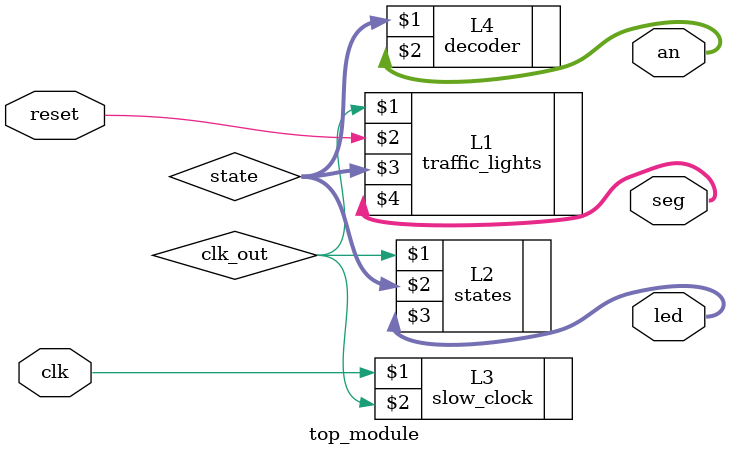
<source format=v>
`timescale 1ns / 1ps


module top_module(
    output [7:0] led,   //LEDs
    output [6:0] seg,   //7bits of each digit display
    output [3:0] an,    //4 digit 7segment display
    input clk,          //input clock of board (100MHz)
    input reset         //ped button
    );
    
    wire [2:0] state;   //state of traffic lights
    wire clk_out;       //slow clk (1Hz)
    
    traffic_lights L1(clk_out, reset, state, seg);
    states L2(clk_out, state, led);
    slow_clock L3(clk, clk_out); 
    decoder L4(state, an);
    
endmodule

</source>
